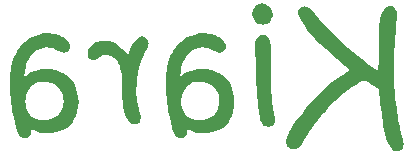
<source format=gbr>
%TF.GenerationSoftware,Altium Limited,Altium Designer,20.0.10 (225)*%
G04 Layer_Color=16711935*
%FSLAX26Y26*%
%MOIN*%
%TF.FileFunction,Soldermask,Bot*%
%TF.Part,Single*%
G01*
G75*
G36*
X4523513Y2065709D02*
X4528762Y2064397D01*
X4532698Y2063085D01*
X4536635Y2061117D01*
X4539915Y2058492D01*
X4541884Y2057180D01*
X4543196Y2055868D01*
X4543852Y2055212D01*
X4547132Y2051275D01*
X4549757Y2046682D01*
X4551725Y2042746D01*
X4553037Y2038809D01*
X4553693Y2034873D01*
X4554350Y2032248D01*
Y2030280D01*
Y2029624D01*
X4553693Y2024375D01*
X4553037Y2020438D01*
X4549757Y2012565D01*
X4547788Y2009941D01*
X4546476Y2007973D01*
X4545820Y2006660D01*
X4545164Y2006004D01*
X4541227Y2002724D01*
X4537291Y2000099D01*
X4533354Y1998787D01*
X4529418Y1997475D01*
X4526137Y1996819D01*
X4523513Y1996163D01*
X4520888D01*
X4514327Y1996819D01*
X4509079Y1997475D01*
X4504486Y1999443D01*
X4500549Y2001412D01*
X4493988Y2007316D01*
X4490052Y2013878D01*
X4487427Y2020438D01*
X4486115Y2026343D01*
X4485459Y2030280D01*
Y2030936D01*
Y2031592D01*
X4486115Y2037497D01*
X4486771Y2042090D01*
X4488083Y2046682D01*
X4490052Y2049963D01*
X4492020Y2052587D01*
X4493332Y2054556D01*
X4493988Y2055868D01*
X4494644Y2056524D01*
X4498581Y2059805D01*
X4501861Y2062429D01*
X4506454Y2063741D01*
X4509735Y2065053D01*
X4513015Y2065709D01*
X4515640Y2066365D01*
X4518264D01*
X4523513Y2065709D01*
D02*
G37*
G36*
X4331275Y1967294D02*
X4342429Y1965982D01*
X4352271Y1963358D01*
X4360800Y1960733D01*
X4367361Y1958109D01*
X4372610Y1955485D01*
X4375234Y1954172D01*
X4376546Y1953516D01*
X4383764Y1948267D01*
X4389012Y1943675D01*
X4392949Y1939082D01*
X4395573Y1934489D01*
X4396886Y1930553D01*
X4397542Y1927928D01*
X4398198Y1925960D01*
Y1925304D01*
X4396886Y1918743D01*
X4394917Y1913494D01*
X4392949Y1910214D01*
X4391637Y1909558D01*
Y1908901D01*
X4386388Y1904965D01*
X4381139Y1902997D01*
X4377203Y1902341D01*
X4375890D01*
X4373266Y1902997D01*
X4369985Y1903653D01*
X4362112Y1906933D01*
X4358832Y1908901D01*
X4355551Y1910214D01*
X4353583Y1910870D01*
X4352927Y1911526D01*
X4346366Y1914806D01*
X4340461Y1916775D01*
X4334556Y1918743D01*
X4329307Y1919399D01*
X4325371Y1920055D01*
X4322090Y1920711D01*
X4319466D01*
X4307000Y1919399D01*
X4296502Y1916119D01*
X4286661Y1911526D01*
X4278131Y1904965D01*
X4271570Y1897748D01*
X4265009Y1889218D01*
X4260417Y1880033D01*
X4255824Y1870848D01*
X4252544Y1861006D01*
X4249919Y1851821D01*
X4247951Y1843948D01*
X4246639Y1836074D01*
X4245327Y1829513D01*
Y1824921D01*
X4244670Y1821640D01*
Y1820328D01*
X4250575Y1825577D01*
X4256480Y1830169D01*
X4268946Y1836730D01*
X4280756Y1841979D01*
X4292566Y1845916D01*
X4302407Y1847884D01*
X4306344Y1848540D01*
X4310280D01*
X4313561Y1849196D01*
X4326683D01*
X4335212Y1847884D01*
X4350959Y1844604D01*
X4364737Y1839355D01*
X4375890Y1834106D01*
X4385076Y1828857D01*
X4391637Y1823609D01*
X4393605Y1821640D01*
X4395573Y1820328D01*
X4396230Y1819672D01*
X4396886Y1819016D01*
X4402134Y1813111D01*
X4406727Y1807206D01*
X4413944Y1794084D01*
X4419193Y1780962D01*
X4422474Y1767840D01*
X4425098Y1756686D01*
X4425754Y1751438D01*
Y1747501D01*
X4426410Y1743564D01*
Y1740940D01*
Y1739628D01*
Y1738972D01*
X4425098Y1721257D01*
X4421817Y1706167D01*
X4417881Y1692389D01*
X4412632Y1681891D01*
X4407383Y1672706D01*
X4403447Y1666801D01*
X4400166Y1662864D01*
X4398854Y1661552D01*
X4387700Y1652366D01*
X4375234Y1645805D01*
X4362112Y1640557D01*
X4350302Y1637276D01*
X4339149Y1635308D01*
X4334556Y1634652D01*
X4329963D01*
X4326683Y1633996D01*
X4322090D01*
X4311593Y1634652D01*
X4301751Y1635964D01*
X4292566Y1638588D01*
X4284036Y1641213D01*
X4277475Y1643181D01*
X4272227Y1645805D01*
X4268946Y1647118D01*
X4267634Y1647774D01*
X4268290Y1645805D01*
Y1643181D01*
Y1641213D01*
Y1640557D01*
X4267634Y1632683D01*
X4265010Y1626778D01*
X4261729Y1622842D01*
X4257792Y1620217D01*
X4254512Y1618249D01*
X4251231Y1617593D01*
X4248607Y1616937D01*
X4247951D01*
X4244670Y1617593D01*
X4240734Y1618905D01*
X4238109Y1620217D01*
X4234829Y1622842D01*
X4229580Y1628747D01*
X4225644Y1635964D01*
X4222363Y1643181D01*
X4219739Y1649086D01*
X4219083Y1651710D01*
X4218426Y1653679D01*
X4217770Y1654335D01*
Y1654991D01*
X4211209Y1683203D01*
X4205961Y1709447D01*
X4203992Y1721913D01*
X4202680Y1734379D01*
X4200712Y1745533D01*
X4200056Y1756030D01*
X4199400Y1765872D01*
X4198743Y1774401D01*
X4198087Y1782274D01*
X4197431Y1788835D01*
Y1793428D01*
Y1797364D01*
Y1799989D01*
Y1800645D01*
X4198087Y1815735D01*
X4198743Y1830169D01*
X4200712Y1843292D01*
X4202680Y1855757D01*
X4205304Y1867567D01*
X4208585Y1878065D01*
X4212521Y1887906D01*
X4216458Y1897092D01*
X4221051Y1905621D01*
X4225643Y1913494D01*
X4230892Y1920711D01*
X4236141Y1927272D01*
X4247295Y1938426D01*
X4258448Y1946955D01*
X4269602Y1954172D01*
X4280756Y1959421D01*
X4291253Y1962702D01*
X4300439Y1965326D01*
X4308312Y1966638D01*
X4314217Y1967950D01*
X4319466D01*
X4331275Y1967294D01*
D02*
G37*
G36*
X3811644Y1967294D02*
X3822798Y1965982D01*
X3832640Y1963358D01*
X3841169Y1960733D01*
X3847730Y1958109D01*
X3852979Y1955485D01*
X3855603Y1954172D01*
X3856915Y1953516D01*
X3864132Y1948267D01*
X3869381Y1943675D01*
X3873318Y1939082D01*
X3875942Y1934489D01*
X3877254Y1930553D01*
X3877910Y1927928D01*
X3878566Y1925960D01*
Y1925304D01*
X3877254Y1918743D01*
X3875286Y1913494D01*
X3873318Y1910214D01*
X3872006Y1909557D01*
Y1908901D01*
X3866757Y1904965D01*
X3861508Y1902996D01*
X3857571Y1902340D01*
X3856259D01*
X3853635Y1902996D01*
X3850354Y1903653D01*
X3842481Y1906933D01*
X3839200Y1908901D01*
X3835920Y1910214D01*
X3833952Y1910870D01*
X3833296Y1911526D01*
X3826735Y1914806D01*
X3820830Y1916775D01*
X3814925Y1918743D01*
X3809676Y1919399D01*
X3805739Y1920055D01*
X3802459Y1920711D01*
X3799834D01*
X3787369Y1919399D01*
X3776871Y1916119D01*
X3767030Y1911526D01*
X3758500Y1904965D01*
X3751939Y1897748D01*
X3745378Y1889218D01*
X3740785Y1880033D01*
X3736193Y1870848D01*
X3732912Y1861006D01*
X3730288Y1851821D01*
X3728320Y1843947D01*
X3727008Y1836074D01*
X3725695Y1829513D01*
Y1824921D01*
X3725039Y1821640D01*
Y1820328D01*
X3730944Y1825577D01*
X3736849Y1830169D01*
X3749315Y1836730D01*
X3761125Y1841979D01*
X3772934Y1845916D01*
X3782776Y1847884D01*
X3786713Y1848540D01*
X3790649D01*
X3793930Y1849196D01*
X3807052D01*
X3815581Y1847884D01*
X3831327Y1844604D01*
X3845106Y1839355D01*
X3856259Y1834106D01*
X3865445Y1828857D01*
X3872006Y1823608D01*
X3873974Y1821640D01*
X3875942Y1820328D01*
X3876598Y1819672D01*
X3877254Y1819016D01*
X3882503Y1813111D01*
X3887096Y1807206D01*
X3894313Y1794084D01*
X3899562Y1780962D01*
X3902842Y1767840D01*
X3905467Y1756686D01*
X3906123Y1751437D01*
Y1747501D01*
X3906779Y1743564D01*
Y1740940D01*
Y1739628D01*
Y1738972D01*
X3905467Y1721257D01*
X3902186Y1706167D01*
X3898250Y1692388D01*
X3893001Y1681891D01*
X3887752Y1672705D01*
X3883815Y1666801D01*
X3880535Y1662864D01*
X3879223Y1661552D01*
X3868069Y1652366D01*
X3855603Y1645805D01*
X3842481Y1640556D01*
X3830671Y1637276D01*
X3819518Y1635308D01*
X3814925Y1634652D01*
X3810332D01*
X3807052Y1633995D01*
X3802459D01*
X3791961Y1634652D01*
X3782120Y1635964D01*
X3772934Y1638588D01*
X3764405Y1641213D01*
X3757844Y1643181D01*
X3752595Y1645805D01*
X3749315Y1647118D01*
X3748003Y1647774D01*
X3748659Y1645805D01*
Y1643181D01*
Y1641213D01*
Y1640556D01*
X3748003Y1632683D01*
X3745378Y1626778D01*
X3742098Y1622842D01*
X3738161Y1620217D01*
X3734881Y1618249D01*
X3731600Y1617593D01*
X3728976Y1616937D01*
X3728320D01*
X3725039Y1617593D01*
X3721103Y1618905D01*
X3718478Y1620217D01*
X3715198Y1622842D01*
X3709949Y1628747D01*
X3706012Y1635964D01*
X3702732Y1643181D01*
X3700107Y1649086D01*
X3699451Y1651710D01*
X3698795Y1653678D01*
X3698139Y1654335D01*
Y1654991D01*
X3691578Y1683203D01*
X3686329Y1709447D01*
X3684361Y1721913D01*
X3683049Y1734379D01*
X3681081Y1745533D01*
X3680424Y1756030D01*
X3679768Y1765872D01*
X3679112Y1774401D01*
X3678456Y1782274D01*
X3677800Y1788835D01*
Y1793428D01*
Y1797364D01*
Y1799989D01*
Y1800645D01*
X3678456Y1815735D01*
X3679112Y1830169D01*
X3681081Y1843291D01*
X3683049Y1855757D01*
X3685673Y1867567D01*
X3688954Y1878065D01*
X3692890Y1887906D01*
X3696827Y1897092D01*
X3701419Y1905621D01*
X3706012Y1913494D01*
X3711261Y1920711D01*
X3716510Y1927272D01*
X3727664Y1938426D01*
X3738817Y1946955D01*
X3749971Y1954172D01*
X3761125Y1959421D01*
X3771622Y1962702D01*
X3780808Y1965326D01*
X3788681Y1966638D01*
X3794586Y1967950D01*
X3799834D01*
X3811644Y1967294D01*
D02*
G37*
G36*
X4122636Y1955485D02*
X4127885Y1953516D01*
X4131821Y1950892D01*
X4132477Y1950236D01*
X4133133Y1949580D01*
X4135758Y1946955D01*
X4137726Y1944331D01*
X4139694Y1939082D01*
X4141007Y1935145D01*
Y1934489D01*
Y1933833D01*
X4139694Y1927928D01*
X4137726Y1921367D01*
X4136414Y1918743D01*
X4135758Y1916119D01*
X4134445Y1914806D01*
Y1914150D01*
X4129853Y1906277D01*
X4126572Y1899716D01*
X4123948Y1895123D01*
X4122636Y1892499D01*
X4121324Y1890531D01*
X4120667Y1889218D01*
Y1888562D01*
X4116731Y1880033D01*
X4113450Y1871504D01*
X4108202Y1852477D01*
X4104921Y1833450D01*
X4102297Y1815735D01*
X4101641Y1807206D01*
X4100984Y1799333D01*
X4100328Y1792116D01*
X4099672Y1786211D01*
Y1781618D01*
Y1777681D01*
Y1775057D01*
Y1774401D01*
Y1764559D01*
X4100984Y1754718D01*
X4101641Y1745533D01*
X4102953Y1737003D01*
X4104265Y1729786D01*
X4105577Y1724537D01*
X4106233Y1720601D01*
X4106889Y1719945D01*
Y1719289D01*
X4109514Y1709447D01*
X4110826Y1702230D01*
X4112138Y1696325D01*
X4113450Y1691732D01*
Y1689108D01*
X4114106Y1687140D01*
Y1685827D01*
X4112794Y1678610D01*
X4110170Y1672705D01*
X4106889Y1668769D01*
X4102297Y1666144D01*
X4098360Y1664832D01*
X4094423Y1664176D01*
X4091799Y1663520D01*
X4091143D01*
X4087863Y1664176D01*
X4085238Y1664832D01*
X4079333Y1668113D01*
X4074740Y1673361D01*
X4070804Y1678610D01*
X4067523Y1683859D01*
X4064899Y1689108D01*
X4063587Y1692388D01*
X4062931Y1693701D01*
X4058994Y1707479D01*
X4056370Y1721913D01*
X4053745Y1736347D01*
X4052433Y1750781D01*
X4051777Y1763247D01*
Y1769152D01*
X4051121Y1773745D01*
Y1777681D01*
Y1780306D01*
Y1782274D01*
Y1782930D01*
Y1816391D01*
X4050465Y1829513D01*
X4049153Y1840667D01*
X4046528Y1850508D01*
X4043904Y1858382D01*
X4041279Y1864943D01*
X4038655Y1869535D01*
X4037343Y1872816D01*
X4036687Y1873472D01*
X4030782Y1880689D01*
X4024221Y1885938D01*
X4017660Y1889874D01*
X4011099Y1892499D01*
X4005850Y1893811D01*
X4001257Y1895123D01*
X3997321D01*
X3993384Y1894467D01*
X3989447Y1893811D01*
X3982886Y1890531D01*
X3979606Y1888562D01*
X3977638Y1887250D01*
X3976325Y1886594D01*
X3975669Y1885938D01*
X3971077Y1883313D01*
X3967796Y1881345D01*
X3961891Y1878721D01*
X3958611Y1877409D01*
X3957298D01*
X3951394Y1878721D01*
X3946801Y1880689D01*
X3944177Y1882657D01*
X3942864Y1883970D01*
X3939584Y1889218D01*
X3937615Y1894467D01*
X3936959Y1898404D01*
Y1899060D01*
Y1899716D01*
X3937615Y1906277D01*
X3939584Y1912182D01*
X3942208Y1917431D01*
X3944833Y1922023D01*
X3948113Y1925304D01*
X3950738Y1927928D01*
X3952706Y1929241D01*
X3953362Y1929897D01*
X3959923Y1933833D01*
X3966484Y1936458D01*
X3973045Y1939082D01*
X3979606Y1940394D01*
X3985511Y1941050D01*
X3990104Y1941706D01*
X3994696D01*
X4003882Y1941050D01*
X4012411Y1939738D01*
X4020284Y1937114D01*
X4028157Y1933833D01*
X4041279Y1925304D01*
X4051777Y1916119D01*
X4060306Y1906933D01*
X4066867Y1898404D01*
X4068836Y1895123D01*
X4070148Y1892499D01*
X4071460Y1891187D01*
Y1890531D01*
X4074740Y1902340D01*
X4078677Y1912182D01*
X4081957Y1921367D01*
X4085894Y1928584D01*
X4089831Y1935145D01*
X4093767Y1940394D01*
X4097048Y1944987D01*
X4100984Y1948267D01*
X4104265Y1951548D01*
X4106889Y1953516D01*
X4112138Y1955485D01*
X4115419Y1956797D01*
X4120011D01*
X4122636Y1955485D01*
D02*
G37*
G36*
X4951946Y2056524D02*
X4958507Y2053244D01*
X4962444Y2048651D01*
X4965724Y2043402D01*
X4967693Y2038153D01*
X4968349Y2033561D01*
X4969005Y2030280D01*
Y2029624D01*
Y2028968D01*
Y2028312D01*
Y2026343D01*
X4968349Y2023719D01*
Y2020439D01*
X4967693Y2015846D01*
X4967036Y2010597D01*
X4966380Y2000100D01*
X4965068Y1988946D01*
Y1984353D01*
X4964412Y1979760D01*
Y1975824D01*
X4963756Y1973199D01*
Y1971231D01*
Y1970575D01*
X4961788Y1948924D01*
X4960475Y1927272D01*
X4959163Y1907589D01*
Y1898404D01*
X4958507Y1889875D01*
Y1882002D01*
X4957851Y1875440D01*
Y1868880D01*
X4957851Y1863631D01*
Y1859694D01*
Y1856414D01*
Y1854445D01*
Y1853789D01*
Y1832138D01*
X4958507Y1811143D01*
X4959819Y1790804D01*
X4961132Y1771777D01*
X4963100Y1752750D01*
X4965068Y1735691D01*
X4967037Y1719289D01*
X4969005Y1704198D01*
X4970973Y1690420D01*
X4972941Y1677954D01*
X4974910Y1667457D01*
X4976878Y1658271D01*
X4978190Y1651054D01*
X4979502Y1645805D01*
X4980158Y1642525D01*
Y1641213D01*
X4980815Y1639245D01*
X4981471Y1635964D01*
X4982783Y1632027D01*
X4983439Y1628091D01*
X4984751Y1624154D01*
X4986063Y1620874D01*
X4986720Y1618249D01*
Y1617593D01*
X4988688Y1609064D01*
X4989344Y1602503D01*
X4990000Y1599879D01*
Y1597910D01*
Y1597254D01*
Y1596598D01*
X4989344Y1590037D01*
X4986720Y1585444D01*
X4984751Y1582164D01*
X4984095Y1580852D01*
X4981471Y1578227D01*
X4979502Y1576915D01*
X4974254Y1574291D01*
X4970317Y1573634D01*
X4969005D01*
X4964412Y1574291D01*
X4959819Y1575603D01*
X4955883Y1578227D01*
X4951946Y1581508D01*
X4945385Y1590037D01*
X4939480Y1599879D01*
X4935544Y1609064D01*
X4932263Y1617593D01*
X4930951Y1620874D01*
X4930295Y1623498D01*
X4929639Y1624810D01*
Y1625466D01*
X4927014Y1634652D01*
X4925046Y1645149D01*
X4923078Y1656959D01*
X4921109Y1669425D01*
X4917173Y1695013D01*
X4913892Y1720601D01*
X4912580Y1732411D01*
X4911268Y1744220D01*
X4910612Y1754062D01*
X4909300Y1763247D01*
X4908644Y1770465D01*
Y1776369D01*
X4907988Y1779650D01*
Y1780962D01*
X4900770Y1785555D01*
X4892897Y1790148D01*
X4885024Y1795396D01*
X4877151Y1800645D01*
X4870590Y1804582D01*
X4865341Y1808518D01*
X4861404Y1811143D01*
X4860092Y1811799D01*
X4845658Y1804582D01*
X4831224Y1796052D01*
X4817446Y1786867D01*
X4804324Y1777025D01*
X4791202Y1767184D01*
X4778736Y1756686D01*
X4767582Y1746189D01*
X4756428Y1736347D01*
X4746587Y1726506D01*
X4738058Y1717320D01*
X4730184Y1709447D01*
X4723623Y1702230D01*
X4718375Y1696325D01*
X4714438Y1691733D01*
X4711814Y1689108D01*
X4711158Y1687796D01*
X4704596Y1679266D01*
X4697379Y1670081D01*
X4690818Y1660896D01*
X4684913Y1652366D01*
X4679665Y1644493D01*
X4675728Y1638588D01*
X4672448Y1633996D01*
X4671792Y1633340D01*
Y1632683D01*
X4664574Y1621530D01*
X4658669Y1612344D01*
X4654077Y1605127D01*
X4650140Y1599222D01*
X4647516Y1595286D01*
X4645547Y1592661D01*
X4644891Y1591349D01*
X4644235Y1590693D01*
X4640955Y1587412D01*
X4637674Y1585444D01*
X4630457Y1582820D01*
X4627833Y1582164D01*
X4625208Y1581508D01*
X4623240D01*
X4619303Y1582164D01*
X4615367Y1582820D01*
X4610118Y1585444D01*
X4606181Y1588069D01*
X4604869Y1589381D01*
X4602245Y1592005D01*
X4600277Y1595286D01*
X4597652Y1600534D01*
X4596996Y1605127D01*
Y1605783D01*
Y1606439D01*
X4597652Y1612344D01*
X4600277Y1619561D01*
X4604213Y1628091D01*
X4608150Y1635964D01*
X4612086Y1643181D01*
X4616023Y1649086D01*
X4618647Y1653679D01*
X4619303Y1654335D01*
Y1654991D01*
X4629801Y1671393D01*
X4641611Y1687796D01*
X4653421Y1702886D01*
X4664574Y1717320D01*
X4669823Y1723225D01*
X4674416Y1729130D01*
X4679009Y1734379D01*
X4682945Y1738315D01*
X4685570Y1742252D01*
X4688194Y1744877D01*
X4689506Y1746189D01*
X4690162Y1746845D01*
X4711158Y1767840D01*
X4732153Y1786867D01*
X4752492Y1803926D01*
X4762333Y1811143D01*
X4771519Y1818360D01*
X4780048Y1824265D01*
X4787921Y1829514D01*
X4794482Y1834106D01*
X4800387Y1838043D01*
X4805636Y1841323D01*
X4808916Y1843292D01*
X4811541Y1844604D01*
X4812197Y1845260D01*
X4796450Y1857726D01*
X4781360Y1870192D01*
X4767582Y1881345D01*
X4755116Y1892499D01*
X4743306Y1902997D01*
X4732153Y1913494D01*
X4721655Y1923336D01*
X4711814Y1932521D01*
X4703284Y1941050D01*
X4695411Y1949580D01*
X4688194Y1957453D01*
X4680977Y1965326D01*
X4669823Y1979104D01*
X4660638Y1991570D01*
X4653421Y2002068D01*
X4648172Y2010597D01*
X4644235Y2018470D01*
X4641611Y2024375D01*
X4640299Y2028968D01*
X4638986Y2032248D01*
Y2034217D01*
Y2034873D01*
X4639642Y2042090D01*
X4642267Y2047339D01*
X4645547Y2051275D01*
X4649484Y2053900D01*
X4654077Y2055212D01*
X4657357Y2056524D01*
X4660638D01*
X4665230Y2055868D01*
X4669823Y2054556D01*
X4677696Y2049963D01*
X4680977Y2047339D01*
X4683601Y2045370D01*
X4684913Y2044058D01*
X4685569Y2043402D01*
X4686226Y2042746D01*
X4686882Y2042090D01*
X4690162Y2038153D01*
X4694755Y2032904D01*
X4699348Y2026999D01*
X4704596Y2021095D01*
X4709189Y2015846D01*
X4711814Y2011909D01*
X4713126Y2011253D01*
Y2010597D01*
X4727560Y1994195D01*
X4741994Y1977792D01*
X4774143Y1946299D01*
X4789889Y1931865D01*
X4806292Y1917431D01*
X4822038Y1904309D01*
X4837129Y1892499D01*
X4850907Y1880689D01*
X4864029Y1870848D01*
X4875839Y1862319D01*
X4886336Y1854445D01*
X4894209Y1848540D01*
X4900770Y1844604D01*
X4904707Y1841323D01*
X4905363Y1840667D01*
X4906019D01*
Y1853789D01*
X4906675Y1865599D01*
X4906675Y1877409D01*
Y1888562D01*
X4907331Y1908245D01*
Y1926616D01*
X4907987Y1941707D01*
X4908644Y1955485D01*
Y1966638D01*
X4909300Y1976480D01*
Y1984353D01*
X4909956Y1990914D01*
Y1996163D01*
Y2000100D01*
X4910612Y2002724D01*
Y2004692D01*
Y2006004D01*
X4911924Y2015190D01*
X4913892Y2023063D01*
X4915861Y2030280D01*
X4918485Y2036185D01*
X4921109Y2040778D01*
X4923734Y2045370D01*
X4926358Y2048651D01*
X4929639Y2051275D01*
X4934887Y2055212D01*
X4939480Y2057180D01*
X4942105Y2057836D01*
X4948010D01*
X4951946Y2056524D01*
D02*
G37*
G36*
X4526137Y1962046D02*
X4530730Y1960077D01*
X4534667Y1958109D01*
X4537291Y1955485D01*
X4539915Y1952204D01*
X4541227Y1950236D01*
X4542540Y1948267D01*
Y1947611D01*
X4544508Y1941707D01*
X4545820Y1934489D01*
X4547132Y1926616D01*
X4547788Y1918743D01*
Y1911526D01*
X4548445Y1905621D01*
Y1901028D01*
Y1900372D01*
Y1899716D01*
Y1898404D01*
Y1895123D01*
Y1891187D01*
X4547788Y1886594D01*
Y1882001D01*
Y1878721D01*
Y1876097D01*
Y1874784D01*
X4547132Y1858382D01*
Y1850509D01*
Y1843948D01*
Y1838699D01*
Y1834762D01*
Y1831482D01*
Y1830826D01*
Y1813111D01*
X4547789Y1797364D01*
X4548445Y1782274D01*
X4549101Y1769808D01*
X4550413Y1759311D01*
Y1754718D01*
X4551069Y1750781D01*
Y1748157D01*
X4551725Y1746189D01*
Y1744877D01*
Y1744220D01*
X4553037Y1734379D01*
X4553694Y1725194D01*
X4555006Y1717320D01*
X4556318Y1710103D01*
X4557630Y1704198D01*
X4558286Y1699606D01*
X4558942Y1696981D01*
Y1695669D01*
X4560255Y1689764D01*
X4560911Y1685171D01*
X4562223Y1681891D01*
Y1679923D01*
X4562879Y1678610D01*
Y1677954D01*
X4561567Y1671393D01*
X4559598Y1666801D01*
X4557630Y1663520D01*
X4556318Y1662208D01*
X4550413Y1658271D01*
X4545164Y1656303D01*
X4540572Y1655647D01*
X4539259D01*
X4534011Y1656303D01*
X4529418Y1657615D01*
X4525481Y1659583D01*
X4522201Y1662208D01*
X4520232Y1664832D01*
X4518264Y1666801D01*
X4516952Y1668113D01*
Y1668769D01*
X4514984Y1673362D01*
X4513015Y1679266D01*
X4510391Y1692389D01*
X4509079Y1698293D01*
X4508423Y1703542D01*
X4507766Y1706823D01*
Y1708135D01*
X4505798Y1722569D01*
X4503830Y1738972D01*
X4502518Y1756686D01*
X4501206Y1774401D01*
X4499237Y1812455D01*
X4498581Y1830826D01*
X4497925Y1849196D01*
X4497269Y1866255D01*
X4497269Y1882658D01*
X4496613Y1897092D01*
Y1910214D01*
Y1920711D01*
Y1924648D01*
Y1928584D01*
Y1931209D01*
Y1933177D01*
Y1934489D01*
Y1935146D01*
X4497925Y1944331D01*
X4500549Y1950892D01*
X4503830Y1956141D01*
X4508422Y1959421D01*
X4513015Y1961389D01*
X4516296Y1962046D01*
X4518920Y1962702D01*
X4520232D01*
X4526137Y1962046D01*
D02*
G37*
%LPC*%
G36*
X4312905Y1805894D02*
X4310280D01*
X4299783Y1805238D01*
X4289941Y1803269D01*
X4282068Y1799989D01*
X4274851Y1796052D01*
X4268946Y1790803D01*
X4264353Y1785555D01*
X4260417Y1779650D01*
X4257136Y1773745D01*
X4254512Y1767184D01*
X4252544Y1761279D01*
X4251231Y1756030D01*
X4249919Y1751438D01*
Y1746845D01*
X4249263Y1743564D01*
Y1741596D01*
Y1740940D01*
X4249919Y1730442D01*
X4251887Y1720601D01*
X4254512Y1712728D01*
X4257136Y1706167D01*
X4260417Y1700918D01*
X4263041Y1696981D01*
X4265010Y1694357D01*
X4265666Y1693701D01*
X4272227Y1688452D01*
X4279444Y1684515D01*
X4287317Y1681235D01*
X4294534Y1679266D01*
X4301095Y1677954D01*
X4306344Y1677298D01*
X4310936D01*
X4322746Y1677954D01*
X4332588Y1679923D01*
X4341117Y1683203D01*
X4348990Y1687140D01*
X4354895Y1692389D01*
X4360800Y1697637D01*
X4364737Y1703542D01*
X4368017Y1709447D01*
X4371298Y1715352D01*
X4373266Y1721257D01*
X4374578Y1726506D01*
X4375234Y1731755D01*
X4375890Y1735691D01*
X4376547Y1738972D01*
Y1740940D01*
Y1741596D01*
X4375890Y1752750D01*
X4373922Y1762591D01*
X4370642Y1771120D01*
X4366049Y1778994D01*
X4361456Y1784899D01*
X4355551Y1790147D01*
X4349646Y1794740D01*
X4343085Y1798021D01*
X4337181Y1800645D01*
X4331276Y1802613D01*
X4325371Y1803926D01*
X4320778Y1805238D01*
X4316185D01*
X4312905Y1805894D01*
D02*
G37*
G36*
X3793274Y1805894D02*
X3790649D01*
X3780152Y1805238D01*
X3770310Y1803269D01*
X3762437Y1799989D01*
X3755220Y1796052D01*
X3749315Y1790803D01*
X3744722Y1785555D01*
X3740786Y1779650D01*
X3737505Y1773745D01*
X3734881Y1767184D01*
X3732912Y1761279D01*
X3731600Y1756030D01*
X3730288Y1751437D01*
Y1746845D01*
X3729632Y1743564D01*
Y1741596D01*
Y1740940D01*
X3730288Y1730442D01*
X3732256Y1720601D01*
X3734881Y1712727D01*
X3737505Y1706167D01*
X3740786Y1700918D01*
X3743410Y1696981D01*
X3745378Y1694357D01*
X3746034Y1693701D01*
X3752595Y1688452D01*
X3759812Y1684515D01*
X3767686Y1681235D01*
X3774903Y1679266D01*
X3781464Y1677954D01*
X3786713Y1677298D01*
X3791305D01*
X3803115Y1677954D01*
X3812957Y1679922D01*
X3821486Y1683203D01*
X3829359Y1687140D01*
X3835264Y1692388D01*
X3841169Y1697637D01*
X3845106Y1703542D01*
X3848386Y1709447D01*
X3851666Y1715352D01*
X3853635Y1721257D01*
X3854947Y1726506D01*
X3855603Y1731754D01*
X3856259Y1735691D01*
X3856915Y1738972D01*
Y1740940D01*
Y1741596D01*
X3856259Y1752750D01*
X3854291Y1762591D01*
X3851010Y1771120D01*
X3846418Y1778994D01*
X3841825Y1784899D01*
X3835920Y1790147D01*
X3830015Y1794740D01*
X3823454Y1798021D01*
X3817549Y1800645D01*
X3811644Y1802613D01*
X3805740Y1803925D01*
X3801147Y1805238D01*
X3796554D01*
X3793274Y1805894D01*
D02*
G37*
%LPD*%
%TF.MD5,d24ab677f3fc99af88e37ee6f617584f*%
M02*

</source>
